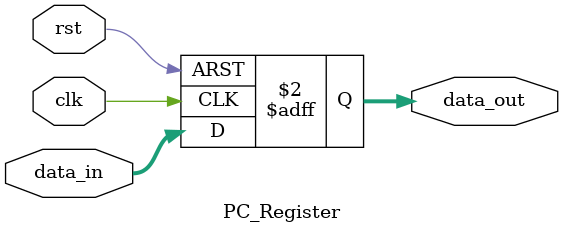
<source format=sv>
module PC_Register #(
	parameter WIDTH_IN = 32,
    parameter WIDTH_OUT = 32
)(
    input logic clk,
    input logic rst,
    input logic [WIDTH_IN-1:0] data_in,
    output logic [WIDTH_OUT-1:0] data_out
);

always_ff @(posedge clk, posedge rst) begin
    if(rst) begin
        data_out <= 0;
    end else begin
        data_out <= data_in;
    end
end
  


endmodule

</source>
